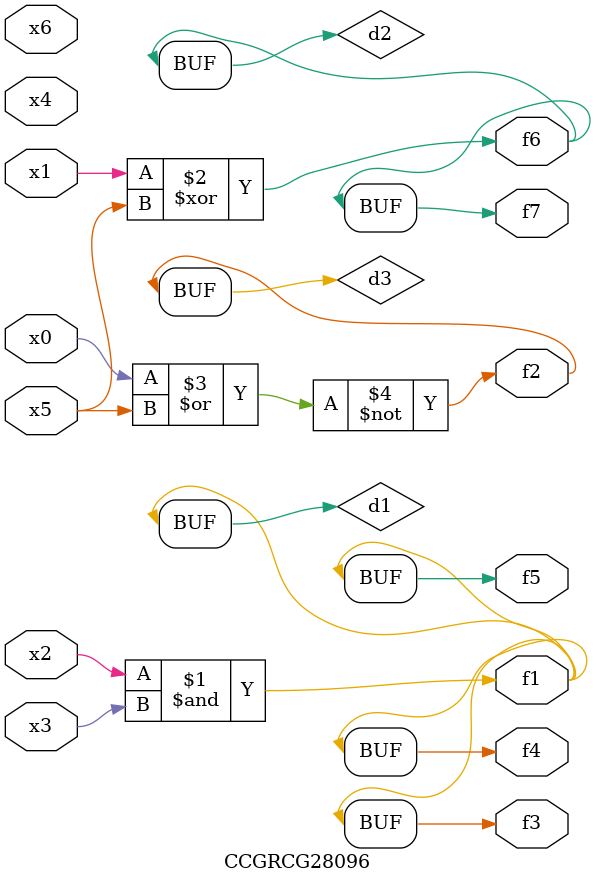
<source format=v>
module CCGRCG28096(
	input x0, x1, x2, x3, x4, x5, x6,
	output f1, f2, f3, f4, f5, f6, f7
);

	wire d1, d2, d3;

	and (d1, x2, x3);
	xor (d2, x1, x5);
	nor (d3, x0, x5);
	assign f1 = d1;
	assign f2 = d3;
	assign f3 = d1;
	assign f4 = d1;
	assign f5 = d1;
	assign f6 = d2;
	assign f7 = d2;
endmodule

</source>
